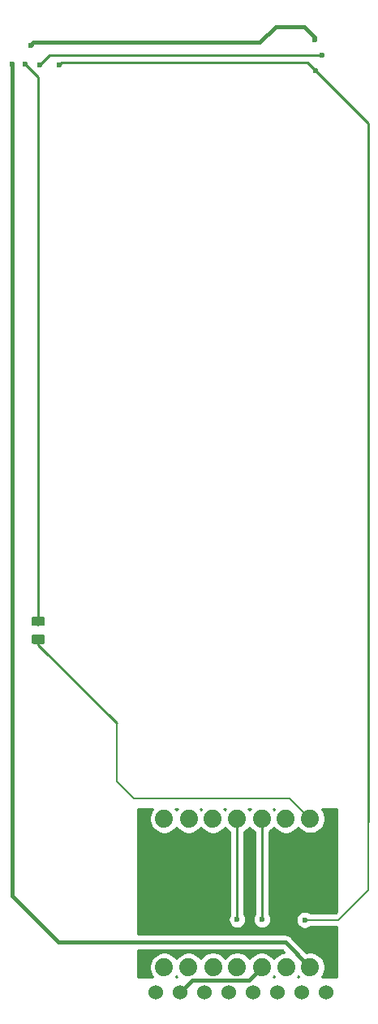
<source format=gbr>
G04 #@! TF.GenerationSoftware,KiCad,Pcbnew,(5.1.2)-1*
G04 #@! TF.CreationDate,2023-05-08T19:06:33+09:00*
G04 #@! TF.ProjectId,gopher_goldpilot_xiao,676f7068-6572-45f6-976f-6c6470696c6f,rev?*
G04 #@! TF.SameCoordinates,Original*
G04 #@! TF.FileFunction,Copper,L2,Bot*
G04 #@! TF.FilePolarity,Positive*
%FSLAX46Y46*%
G04 Gerber Fmt 4.6, Leading zero omitted, Abs format (unit mm)*
G04 Created by KiCad (PCBNEW (5.1.2)-1) date 2023-05-08 19:06:33*
%MOMM*%
%LPD*%
G04 APERTURE LIST*
%ADD10C,1.524000*%
%ADD11C,1.879600*%
%ADD12C,0.100000*%
%ADD13C,0.975000*%
%ADD14C,0.600000*%
%ADD15C,0.250000*%
%ADD16C,0.200000*%
%ADD17C,0.400000*%
%ADD18C,0.254000*%
G04 APERTURE END LIST*
D10*
X127280000Y-169800000D03*
X124740000Y-169800000D03*
X122200000Y-169800000D03*
X119660000Y-169800000D03*
X117120000Y-169800000D03*
X114580000Y-169800000D03*
X112040000Y-169800000D03*
X109500000Y-169800000D03*
D11*
X125630000Y-167180000D03*
X123100000Y-167180000D03*
X120560000Y-167180000D03*
X118010000Y-167170000D03*
X115480000Y-167170000D03*
X112930000Y-167180000D03*
X110390000Y-167180000D03*
X110390000Y-151680000D03*
X112940000Y-151680000D03*
X115470000Y-151680000D03*
X118000000Y-151680000D03*
X120560000Y-151680000D03*
X123090000Y-151680000D03*
X125630000Y-151670000D03*
D12*
G36*
X97711342Y-130603074D02*
G01*
X97735003Y-130606584D01*
X97758207Y-130612396D01*
X97780729Y-130620454D01*
X97802353Y-130630682D01*
X97822870Y-130642979D01*
X97842083Y-130657229D01*
X97859807Y-130673293D01*
X97875871Y-130691017D01*
X97890121Y-130710230D01*
X97902418Y-130730747D01*
X97912646Y-130752371D01*
X97920704Y-130774893D01*
X97926516Y-130798097D01*
X97930026Y-130821758D01*
X97931200Y-130845650D01*
X97931200Y-131333150D01*
X97930026Y-131357042D01*
X97926516Y-131380703D01*
X97920704Y-131403907D01*
X97912646Y-131426429D01*
X97902418Y-131448053D01*
X97890121Y-131468570D01*
X97875871Y-131487783D01*
X97859807Y-131505507D01*
X97842083Y-131521571D01*
X97822870Y-131535821D01*
X97802353Y-131548118D01*
X97780729Y-131558346D01*
X97758207Y-131566404D01*
X97735003Y-131572216D01*
X97711342Y-131575726D01*
X97687450Y-131576900D01*
X96774950Y-131576900D01*
X96751058Y-131575726D01*
X96727397Y-131572216D01*
X96704193Y-131566404D01*
X96681671Y-131558346D01*
X96660047Y-131548118D01*
X96639530Y-131535821D01*
X96620317Y-131521571D01*
X96602593Y-131505507D01*
X96586529Y-131487783D01*
X96572279Y-131468570D01*
X96559982Y-131448053D01*
X96549754Y-131426429D01*
X96541696Y-131403907D01*
X96535884Y-131380703D01*
X96532374Y-131357042D01*
X96531200Y-131333150D01*
X96531200Y-130845650D01*
X96532374Y-130821758D01*
X96535884Y-130798097D01*
X96541696Y-130774893D01*
X96549754Y-130752371D01*
X96559982Y-130730747D01*
X96572279Y-130710230D01*
X96586529Y-130691017D01*
X96602593Y-130673293D01*
X96620317Y-130657229D01*
X96639530Y-130642979D01*
X96660047Y-130630682D01*
X96681671Y-130620454D01*
X96704193Y-130612396D01*
X96727397Y-130606584D01*
X96751058Y-130603074D01*
X96774950Y-130601900D01*
X97687450Y-130601900D01*
X97711342Y-130603074D01*
X97711342Y-130603074D01*
G37*
D13*
X97231200Y-131089400D03*
D12*
G36*
X97711342Y-132478074D02*
G01*
X97735003Y-132481584D01*
X97758207Y-132487396D01*
X97780729Y-132495454D01*
X97802353Y-132505682D01*
X97822870Y-132517979D01*
X97842083Y-132532229D01*
X97859807Y-132548293D01*
X97875871Y-132566017D01*
X97890121Y-132585230D01*
X97902418Y-132605747D01*
X97912646Y-132627371D01*
X97920704Y-132649893D01*
X97926516Y-132673097D01*
X97930026Y-132696758D01*
X97931200Y-132720650D01*
X97931200Y-133208150D01*
X97930026Y-133232042D01*
X97926516Y-133255703D01*
X97920704Y-133278907D01*
X97912646Y-133301429D01*
X97902418Y-133323053D01*
X97890121Y-133343570D01*
X97875871Y-133362783D01*
X97859807Y-133380507D01*
X97842083Y-133396571D01*
X97822870Y-133410821D01*
X97802353Y-133423118D01*
X97780729Y-133433346D01*
X97758207Y-133441404D01*
X97735003Y-133447216D01*
X97711342Y-133450726D01*
X97687450Y-133451900D01*
X96774950Y-133451900D01*
X96751058Y-133450726D01*
X96727397Y-133447216D01*
X96704193Y-133441404D01*
X96681671Y-133433346D01*
X96660047Y-133423118D01*
X96639530Y-133410821D01*
X96620317Y-133396571D01*
X96602593Y-133380507D01*
X96586529Y-133362783D01*
X96572279Y-133343570D01*
X96559982Y-133323053D01*
X96549754Y-133301429D01*
X96541696Y-133278907D01*
X96535884Y-133255703D01*
X96532374Y-133232042D01*
X96531200Y-133208150D01*
X96531200Y-132720650D01*
X96532374Y-132696758D01*
X96535884Y-132673097D01*
X96541696Y-132649893D01*
X96549754Y-132627371D01*
X96559982Y-132605747D01*
X96572279Y-132585230D01*
X96586529Y-132566017D01*
X96602593Y-132548293D01*
X96620317Y-132532229D01*
X96639530Y-132517979D01*
X96660047Y-132505682D01*
X96681671Y-132495454D01*
X96704193Y-132487396D01*
X96727397Y-132481584D01*
X96751058Y-132478074D01*
X96774950Y-132476900D01*
X97687450Y-132476900D01*
X97711342Y-132478074D01*
X97711342Y-132478074D01*
G37*
D13*
X97231200Y-132964400D03*
D14*
X99390200Y-73063100D03*
X126174500Y-73609200D03*
X125050000Y-162240000D03*
X97409000Y-72999600D03*
X126885700Y-72034400D03*
X95859600Y-72961500D03*
X94488000Y-72961500D03*
X96431100Y-70980300D03*
X126136400Y-70408800D03*
X118000000Y-162200000D03*
X120600000Y-162200000D03*
D15*
X126174500Y-73609200D02*
X131660900Y-79095600D01*
X131660900Y-79095600D02*
X131660900Y-152023700D01*
X99390200Y-73063100D02*
X99690199Y-72763101D01*
X125328401Y-72763101D02*
X126174500Y-73609200D01*
X99690199Y-72763101D02*
X125328401Y-72763101D01*
D16*
X131660900Y-152023700D02*
X131660900Y-159159100D01*
X131660900Y-159159100D02*
X128580000Y-162240000D01*
X128580000Y-162240000D02*
X125050000Y-162240000D01*
D15*
X97409000Y-72999600D02*
X98374200Y-72034400D01*
X98374200Y-72034400D02*
X126885700Y-72034400D01*
X95859600Y-72961500D02*
X97231200Y-74333100D01*
X97231200Y-74333100D02*
X97231200Y-127589280D01*
X97231200Y-127589280D02*
X97231200Y-131089400D01*
D17*
X96731099Y-70680301D02*
X120340399Y-70680301D01*
X96431100Y-70980300D02*
X96731099Y-70680301D01*
X120340399Y-70680301D02*
X122008900Y-69011800D01*
X122008900Y-69011800D02*
X125006100Y-69011800D01*
X125006100Y-69011800D02*
X126136400Y-70142100D01*
X126136400Y-70142100D02*
X126136400Y-70408800D01*
X94488000Y-72961500D02*
X94488000Y-151980900D01*
X125630000Y-167180000D02*
X123030000Y-164580000D01*
X123030000Y-164580000D02*
X99380000Y-164580000D01*
X94488000Y-159688000D02*
X94488000Y-151980900D01*
X99380000Y-164580000D02*
X94488000Y-159688000D01*
D15*
X97231200Y-133551900D02*
X105413840Y-141734540D01*
X97231200Y-132964400D02*
X97231200Y-133551900D01*
D16*
X105413840Y-141734540D02*
X105413840Y-147763840D01*
X105413840Y-147763840D02*
X107200000Y-149550000D01*
X123510000Y-149550000D02*
X125630000Y-151670000D01*
X107200000Y-149550000D02*
X123510000Y-149550000D01*
D15*
X118000000Y-162200000D02*
X118000000Y-151680000D01*
X120560000Y-151680000D02*
X120560000Y-162160000D01*
X120560000Y-162160000D02*
X120600000Y-162200000D01*
D17*
X113330199Y-168509801D02*
X112040000Y-169800000D01*
X120560000Y-167180000D02*
X119230199Y-168509801D01*
X119230199Y-168509801D02*
X113330199Y-168509801D01*
D18*
G36*
X109166773Y-150676123D02*
G01*
X108994430Y-150934052D01*
X108875718Y-151220648D01*
X108815200Y-151524896D01*
X108815200Y-151835104D01*
X108875718Y-152139352D01*
X108994430Y-152425948D01*
X109166773Y-152683877D01*
X109386123Y-152903227D01*
X109644052Y-153075570D01*
X109930648Y-153194282D01*
X110234896Y-153254800D01*
X110545104Y-153254800D01*
X110849352Y-153194282D01*
X111135948Y-153075570D01*
X111393877Y-152903227D01*
X111613227Y-152683877D01*
X111665000Y-152606393D01*
X111716773Y-152683877D01*
X111936123Y-152903227D01*
X112194052Y-153075570D01*
X112480648Y-153194282D01*
X112784896Y-153254800D01*
X113095104Y-153254800D01*
X113399352Y-153194282D01*
X113685948Y-153075570D01*
X113943877Y-152903227D01*
X114163227Y-152683877D01*
X114205000Y-152621359D01*
X114246773Y-152683877D01*
X114466123Y-152903227D01*
X114724052Y-153075570D01*
X115010648Y-153194282D01*
X115314896Y-153254800D01*
X115625104Y-153254800D01*
X115929352Y-153194282D01*
X116215948Y-153075570D01*
X116473877Y-152903227D01*
X116693227Y-152683877D01*
X116735000Y-152621359D01*
X116776773Y-152683877D01*
X116996123Y-152903227D01*
X117240001Y-153066181D01*
X117240000Y-161654465D01*
X117171414Y-161757111D01*
X117100932Y-161927271D01*
X117065000Y-162107911D01*
X117065000Y-162292089D01*
X117100932Y-162472729D01*
X117171414Y-162642889D01*
X117273738Y-162796028D01*
X117403972Y-162926262D01*
X117557111Y-163028586D01*
X117727271Y-163099068D01*
X117907911Y-163135000D01*
X118092089Y-163135000D01*
X118272729Y-163099068D01*
X118442889Y-163028586D01*
X118596028Y-162926262D01*
X118726262Y-162796028D01*
X118828586Y-162642889D01*
X118899068Y-162472729D01*
X118935000Y-162292089D01*
X118935000Y-162107911D01*
X118899068Y-161927271D01*
X118828586Y-161757111D01*
X118760000Y-161654465D01*
X118760000Y-153066181D01*
X119003877Y-152903227D01*
X119223227Y-152683877D01*
X119280000Y-152598910D01*
X119336773Y-152683877D01*
X119556123Y-152903227D01*
X119800000Y-153066181D01*
X119800001Y-161714328D01*
X119771414Y-161757111D01*
X119700932Y-161927271D01*
X119665000Y-162107911D01*
X119665000Y-162292089D01*
X119700932Y-162472729D01*
X119771414Y-162642889D01*
X119873738Y-162796028D01*
X120003972Y-162926262D01*
X120157111Y-163028586D01*
X120327271Y-163099068D01*
X120507911Y-163135000D01*
X120692089Y-163135000D01*
X120872729Y-163099068D01*
X121042889Y-163028586D01*
X121196028Y-162926262D01*
X121326262Y-162796028D01*
X121428586Y-162642889D01*
X121499068Y-162472729D01*
X121535000Y-162292089D01*
X121535000Y-162107911D01*
X121499068Y-161927271D01*
X121428586Y-161757111D01*
X121326262Y-161603972D01*
X121320000Y-161597710D01*
X121320000Y-153066181D01*
X121563877Y-152903227D01*
X121783227Y-152683877D01*
X121825000Y-152621359D01*
X121866773Y-152683877D01*
X122086123Y-152903227D01*
X122344052Y-153075570D01*
X122630648Y-153194282D01*
X122934896Y-153254800D01*
X123245104Y-153254800D01*
X123549352Y-153194282D01*
X123835948Y-153075570D01*
X124093877Y-152903227D01*
X124313227Y-152683877D01*
X124363341Y-152608876D01*
X124406773Y-152673877D01*
X124626123Y-152893227D01*
X124884052Y-153065570D01*
X125170648Y-153184282D01*
X125474896Y-153244800D01*
X125785104Y-153244800D01*
X126089352Y-153184282D01*
X126375948Y-153065570D01*
X126633877Y-152893227D01*
X126853227Y-152673877D01*
X127025570Y-152415948D01*
X127144282Y-152129352D01*
X127204800Y-151825104D01*
X127204800Y-151514896D01*
X127144282Y-151210648D01*
X127025570Y-150924052D01*
X126853227Y-150666123D01*
X126824104Y-150637000D01*
X128343213Y-150637000D01*
X128361365Y-161419189D01*
X128275554Y-161505000D01*
X125632951Y-161505000D01*
X125492889Y-161411414D01*
X125322729Y-161340932D01*
X125142089Y-161305000D01*
X124957911Y-161305000D01*
X124777271Y-161340932D01*
X124607111Y-161411414D01*
X124453972Y-161513738D01*
X124323738Y-161643972D01*
X124221414Y-161797111D01*
X124150932Y-161967271D01*
X124115000Y-162147911D01*
X124115000Y-162332089D01*
X124150932Y-162512729D01*
X124221414Y-162682889D01*
X124323738Y-162836028D01*
X124453972Y-162966262D01*
X124607111Y-163068586D01*
X124777271Y-163139068D01*
X124957911Y-163175000D01*
X125142089Y-163175000D01*
X125322729Y-163139068D01*
X125492889Y-163068586D01*
X125632951Y-162975000D01*
X128363985Y-162975000D01*
X128372786Y-168202939D01*
X126834898Y-168202206D01*
X126853227Y-168183877D01*
X127025570Y-167925948D01*
X127144282Y-167639352D01*
X127204800Y-167335104D01*
X127204800Y-167024896D01*
X127144282Y-166720648D01*
X127025570Y-166434052D01*
X126853227Y-166176123D01*
X126633877Y-165956773D01*
X126375948Y-165784430D01*
X126089352Y-165665718D01*
X125785104Y-165605200D01*
X125474896Y-165605200D01*
X125275691Y-165644824D01*
X123649446Y-164018579D01*
X123623291Y-163986709D01*
X123496146Y-163882364D01*
X123351087Y-163804828D01*
X123193689Y-163757082D01*
X123071019Y-163745000D01*
X123071018Y-163745000D01*
X123030000Y-163740960D01*
X122988982Y-163745000D01*
X107647000Y-163745000D01*
X107647000Y-150637000D01*
X109205896Y-150637000D01*
X109166773Y-150676123D01*
X109166773Y-150676123D01*
G37*
X109166773Y-150676123D02*
X108994430Y-150934052D01*
X108875718Y-151220648D01*
X108815200Y-151524896D01*
X108815200Y-151835104D01*
X108875718Y-152139352D01*
X108994430Y-152425948D01*
X109166773Y-152683877D01*
X109386123Y-152903227D01*
X109644052Y-153075570D01*
X109930648Y-153194282D01*
X110234896Y-153254800D01*
X110545104Y-153254800D01*
X110849352Y-153194282D01*
X111135948Y-153075570D01*
X111393877Y-152903227D01*
X111613227Y-152683877D01*
X111665000Y-152606393D01*
X111716773Y-152683877D01*
X111936123Y-152903227D01*
X112194052Y-153075570D01*
X112480648Y-153194282D01*
X112784896Y-153254800D01*
X113095104Y-153254800D01*
X113399352Y-153194282D01*
X113685948Y-153075570D01*
X113943877Y-152903227D01*
X114163227Y-152683877D01*
X114205000Y-152621359D01*
X114246773Y-152683877D01*
X114466123Y-152903227D01*
X114724052Y-153075570D01*
X115010648Y-153194282D01*
X115314896Y-153254800D01*
X115625104Y-153254800D01*
X115929352Y-153194282D01*
X116215948Y-153075570D01*
X116473877Y-152903227D01*
X116693227Y-152683877D01*
X116735000Y-152621359D01*
X116776773Y-152683877D01*
X116996123Y-152903227D01*
X117240001Y-153066181D01*
X117240000Y-161654465D01*
X117171414Y-161757111D01*
X117100932Y-161927271D01*
X117065000Y-162107911D01*
X117065000Y-162292089D01*
X117100932Y-162472729D01*
X117171414Y-162642889D01*
X117273738Y-162796028D01*
X117403972Y-162926262D01*
X117557111Y-163028586D01*
X117727271Y-163099068D01*
X117907911Y-163135000D01*
X118092089Y-163135000D01*
X118272729Y-163099068D01*
X118442889Y-163028586D01*
X118596028Y-162926262D01*
X118726262Y-162796028D01*
X118828586Y-162642889D01*
X118899068Y-162472729D01*
X118935000Y-162292089D01*
X118935000Y-162107911D01*
X118899068Y-161927271D01*
X118828586Y-161757111D01*
X118760000Y-161654465D01*
X118760000Y-153066181D01*
X119003877Y-152903227D01*
X119223227Y-152683877D01*
X119280000Y-152598910D01*
X119336773Y-152683877D01*
X119556123Y-152903227D01*
X119800000Y-153066181D01*
X119800001Y-161714328D01*
X119771414Y-161757111D01*
X119700932Y-161927271D01*
X119665000Y-162107911D01*
X119665000Y-162292089D01*
X119700932Y-162472729D01*
X119771414Y-162642889D01*
X119873738Y-162796028D01*
X120003972Y-162926262D01*
X120157111Y-163028586D01*
X120327271Y-163099068D01*
X120507911Y-163135000D01*
X120692089Y-163135000D01*
X120872729Y-163099068D01*
X121042889Y-163028586D01*
X121196028Y-162926262D01*
X121326262Y-162796028D01*
X121428586Y-162642889D01*
X121499068Y-162472729D01*
X121535000Y-162292089D01*
X121535000Y-162107911D01*
X121499068Y-161927271D01*
X121428586Y-161757111D01*
X121326262Y-161603972D01*
X121320000Y-161597710D01*
X121320000Y-153066181D01*
X121563877Y-152903227D01*
X121783227Y-152683877D01*
X121825000Y-152621359D01*
X121866773Y-152683877D01*
X122086123Y-152903227D01*
X122344052Y-153075570D01*
X122630648Y-153194282D01*
X122934896Y-153254800D01*
X123245104Y-153254800D01*
X123549352Y-153194282D01*
X123835948Y-153075570D01*
X124093877Y-152903227D01*
X124313227Y-152683877D01*
X124363341Y-152608876D01*
X124406773Y-152673877D01*
X124626123Y-152893227D01*
X124884052Y-153065570D01*
X125170648Y-153184282D01*
X125474896Y-153244800D01*
X125785104Y-153244800D01*
X126089352Y-153184282D01*
X126375948Y-153065570D01*
X126633877Y-152893227D01*
X126853227Y-152673877D01*
X127025570Y-152415948D01*
X127144282Y-152129352D01*
X127204800Y-151825104D01*
X127204800Y-151514896D01*
X127144282Y-151210648D01*
X127025570Y-150924052D01*
X126853227Y-150666123D01*
X126824104Y-150637000D01*
X128343213Y-150637000D01*
X128361365Y-161419189D01*
X128275554Y-161505000D01*
X125632951Y-161505000D01*
X125492889Y-161411414D01*
X125322729Y-161340932D01*
X125142089Y-161305000D01*
X124957911Y-161305000D01*
X124777271Y-161340932D01*
X124607111Y-161411414D01*
X124453972Y-161513738D01*
X124323738Y-161643972D01*
X124221414Y-161797111D01*
X124150932Y-161967271D01*
X124115000Y-162147911D01*
X124115000Y-162332089D01*
X124150932Y-162512729D01*
X124221414Y-162682889D01*
X124323738Y-162836028D01*
X124453972Y-162966262D01*
X124607111Y-163068586D01*
X124777271Y-163139068D01*
X124957911Y-163175000D01*
X125142089Y-163175000D01*
X125322729Y-163139068D01*
X125492889Y-163068586D01*
X125632951Y-162975000D01*
X128363985Y-162975000D01*
X128372786Y-168202939D01*
X126834898Y-168202206D01*
X126853227Y-168183877D01*
X127025570Y-167925948D01*
X127144282Y-167639352D01*
X127204800Y-167335104D01*
X127204800Y-167024896D01*
X127144282Y-166720648D01*
X127025570Y-166434052D01*
X126853227Y-166176123D01*
X126633877Y-165956773D01*
X126375948Y-165784430D01*
X126089352Y-165665718D01*
X125785104Y-165605200D01*
X125474896Y-165605200D01*
X125275691Y-165644824D01*
X123649446Y-164018579D01*
X123623291Y-163986709D01*
X123496146Y-163882364D01*
X123351087Y-163804828D01*
X123193689Y-163757082D01*
X123071019Y-163745000D01*
X123071018Y-163745000D01*
X123030000Y-163740960D01*
X122988982Y-163745000D01*
X107647000Y-163745000D01*
X107647000Y-150637000D01*
X109205896Y-150637000D01*
X109166773Y-150676123D01*
G36*
X124406773Y-168183877D02*
G01*
X124423953Y-168201057D01*
X124306103Y-168201001D01*
X124323227Y-168183877D01*
X124365000Y-168121359D01*
X124406773Y-168183877D01*
X124406773Y-168183877D01*
G37*
X124406773Y-168183877D02*
X124423953Y-168201057D01*
X124306103Y-168201001D01*
X124323227Y-168183877D01*
X124365000Y-168121359D01*
X124406773Y-168183877D01*
G36*
X121876773Y-168183877D02*
G01*
X121892747Y-168199851D01*
X121767313Y-168199791D01*
X121783227Y-168183877D01*
X121830000Y-168113876D01*
X121876773Y-168183877D01*
X121876773Y-168183877D01*
G37*
X121876773Y-168183877D02*
X121892747Y-168199851D01*
X121767313Y-168199791D01*
X121783227Y-168183877D01*
X121830000Y-168113876D01*
X121876773Y-168183877D01*
G36*
X111706773Y-168183877D02*
G01*
X111717897Y-168195001D01*
X111602158Y-168194946D01*
X111613227Y-168183877D01*
X111660000Y-168113876D01*
X111706773Y-168183877D01*
X111706773Y-168183877D01*
G37*
X111706773Y-168183877D02*
X111717897Y-168195001D01*
X111602158Y-168194946D01*
X111613227Y-168183877D01*
X111660000Y-168113876D01*
X111706773Y-168183877D01*
G36*
X122886040Y-165616907D02*
G01*
X122640648Y-165665718D01*
X122354052Y-165784430D01*
X122096123Y-165956773D01*
X121876773Y-166176123D01*
X121830000Y-166246124D01*
X121783227Y-166176123D01*
X121563877Y-165956773D01*
X121305948Y-165784430D01*
X121019352Y-165665718D01*
X120715104Y-165605200D01*
X120404896Y-165605200D01*
X120100648Y-165665718D01*
X119814052Y-165784430D01*
X119556123Y-165956773D01*
X119336773Y-166176123D01*
X119288341Y-166248607D01*
X119233227Y-166166123D01*
X119013877Y-165946773D01*
X118755948Y-165774430D01*
X118469352Y-165655718D01*
X118165104Y-165595200D01*
X117854896Y-165595200D01*
X117550648Y-165655718D01*
X117264052Y-165774430D01*
X117006123Y-165946773D01*
X116786773Y-166166123D01*
X116745000Y-166228641D01*
X116703227Y-166166123D01*
X116483877Y-165946773D01*
X116225948Y-165774430D01*
X115939352Y-165655718D01*
X115635104Y-165595200D01*
X115324896Y-165595200D01*
X115020648Y-165655718D01*
X114734052Y-165774430D01*
X114476123Y-165946773D01*
X114256773Y-166166123D01*
X114201659Y-166248607D01*
X114153227Y-166176123D01*
X113933877Y-165956773D01*
X113675948Y-165784430D01*
X113389352Y-165665718D01*
X113085104Y-165605200D01*
X112774896Y-165605200D01*
X112470648Y-165665718D01*
X112184052Y-165784430D01*
X111926123Y-165956773D01*
X111706773Y-166176123D01*
X111660000Y-166246124D01*
X111613227Y-166176123D01*
X111393877Y-165956773D01*
X111135948Y-165784430D01*
X110849352Y-165665718D01*
X110545104Y-165605200D01*
X110234896Y-165605200D01*
X109930648Y-165665718D01*
X109644052Y-165784430D01*
X109386123Y-165956773D01*
X109166773Y-166176123D01*
X108994430Y-166434052D01*
X108875718Y-166720648D01*
X108815200Y-167024896D01*
X108815200Y-167335104D01*
X108875718Y-167639352D01*
X108994430Y-167925948D01*
X109166773Y-168183877D01*
X109176686Y-168193790D01*
X107647000Y-168193061D01*
X107647000Y-165415000D01*
X122684133Y-165415000D01*
X122886040Y-165616907D01*
X122886040Y-165616907D01*
G37*
X122886040Y-165616907D02*
X122640648Y-165665718D01*
X122354052Y-165784430D01*
X122096123Y-165956773D01*
X121876773Y-166176123D01*
X121830000Y-166246124D01*
X121783227Y-166176123D01*
X121563877Y-165956773D01*
X121305948Y-165784430D01*
X121019352Y-165665718D01*
X120715104Y-165605200D01*
X120404896Y-165605200D01*
X120100648Y-165665718D01*
X119814052Y-165784430D01*
X119556123Y-165956773D01*
X119336773Y-166176123D01*
X119288341Y-166248607D01*
X119233227Y-166166123D01*
X119013877Y-165946773D01*
X118755948Y-165774430D01*
X118469352Y-165655718D01*
X118165104Y-165595200D01*
X117854896Y-165595200D01*
X117550648Y-165655718D01*
X117264052Y-165774430D01*
X117006123Y-165946773D01*
X116786773Y-166166123D01*
X116745000Y-166228641D01*
X116703227Y-166166123D01*
X116483877Y-165946773D01*
X116225948Y-165774430D01*
X115939352Y-165655718D01*
X115635104Y-165595200D01*
X115324896Y-165595200D01*
X115020648Y-165655718D01*
X114734052Y-165774430D01*
X114476123Y-165946773D01*
X114256773Y-166166123D01*
X114201659Y-166248607D01*
X114153227Y-166176123D01*
X113933877Y-165956773D01*
X113675948Y-165784430D01*
X113389352Y-165665718D01*
X113085104Y-165605200D01*
X112774896Y-165605200D01*
X112470648Y-165665718D01*
X112184052Y-165784430D01*
X111926123Y-165956773D01*
X111706773Y-166176123D01*
X111660000Y-166246124D01*
X111613227Y-166176123D01*
X111393877Y-165956773D01*
X111135948Y-165784430D01*
X110849352Y-165665718D01*
X110545104Y-165605200D01*
X110234896Y-165605200D01*
X109930648Y-165665718D01*
X109644052Y-165784430D01*
X109386123Y-165956773D01*
X109166773Y-166176123D01*
X108994430Y-166434052D01*
X108875718Y-166720648D01*
X108815200Y-167024896D01*
X108815200Y-167335104D01*
X108875718Y-167639352D01*
X108994430Y-167925948D01*
X109166773Y-168183877D01*
X109176686Y-168193790D01*
X107647000Y-168193061D01*
X107647000Y-165415000D01*
X122684133Y-165415000D01*
X122886040Y-165616907D01*
G36*
X119336773Y-150676123D02*
G01*
X119280000Y-150761090D01*
X119223227Y-150676123D01*
X119184104Y-150637000D01*
X119375896Y-150637000D01*
X119336773Y-150676123D01*
X119336773Y-150676123D01*
G37*
X119336773Y-150676123D02*
X119280000Y-150761090D01*
X119223227Y-150676123D01*
X119184104Y-150637000D01*
X119375896Y-150637000D01*
X119336773Y-150676123D01*
G36*
X111716773Y-150676123D02*
G01*
X111665000Y-150753607D01*
X111613227Y-150676123D01*
X111574104Y-150637000D01*
X111755896Y-150637000D01*
X111716773Y-150676123D01*
X111716773Y-150676123D01*
G37*
X111716773Y-150676123D02*
X111665000Y-150753607D01*
X111613227Y-150676123D01*
X111574104Y-150637000D01*
X111755896Y-150637000D01*
X111716773Y-150676123D01*
G36*
X114246773Y-150676123D02*
G01*
X114205000Y-150738641D01*
X114163227Y-150676123D01*
X114124104Y-150637000D01*
X114285896Y-150637000D01*
X114246773Y-150676123D01*
X114246773Y-150676123D01*
G37*
X114246773Y-150676123D02*
X114205000Y-150738641D01*
X114163227Y-150676123D01*
X114124104Y-150637000D01*
X114285896Y-150637000D01*
X114246773Y-150676123D01*
G36*
X116776773Y-150676123D02*
G01*
X116735000Y-150738641D01*
X116693227Y-150676123D01*
X116654104Y-150637000D01*
X116815896Y-150637000D01*
X116776773Y-150676123D01*
X116776773Y-150676123D01*
G37*
X116776773Y-150676123D02*
X116735000Y-150738641D01*
X116693227Y-150676123D01*
X116654104Y-150637000D01*
X116815896Y-150637000D01*
X116776773Y-150676123D01*
G36*
X121866773Y-150676123D02*
G01*
X121825000Y-150738641D01*
X121783227Y-150676123D01*
X121744104Y-150637000D01*
X121905896Y-150637000D01*
X121866773Y-150676123D01*
X121866773Y-150676123D01*
G37*
X121866773Y-150676123D02*
X121825000Y-150738641D01*
X121783227Y-150676123D01*
X121744104Y-150637000D01*
X121905896Y-150637000D01*
X121866773Y-150676123D01*
M02*

</source>
